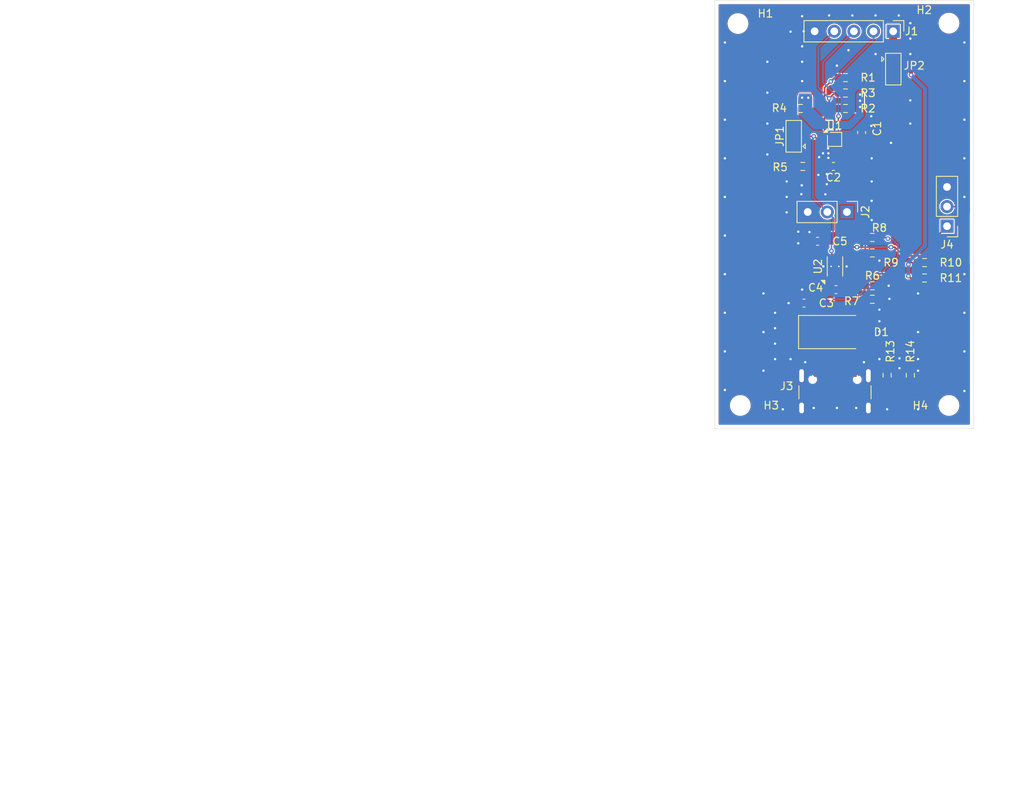
<source format=kicad_pcb>
(kicad_pcb (version 20241229) (generator "pcbnew") (generator_version "9.0")
  (layers (0 "F.Cu" signal) (2 "B.Cu" signal) (13 "F.Paste" user) (5 "F.SilkS" user "F.Silkscreen") (1 "F.Mask" user) (3 "B.Mask" user) (25 "Edge.Cuts" user))
  (net 0 "")
  (net 1 "VDD")
  (net 2 "GNDREF")
  (net 3 "+BATT")
  (net 4 "/GPOUT")
  (net 5 "/SCL")
  (net 6 "VDDE")
  (net 7 "/SDA")
  (net 8 "/BIN")
  (net 9 "VDDEx")
  (net 10 "Net-(JP1-B)")
  (net 11 "Net-(D1-A1)")
  (net 13 "Net-(J3-CC1)")
  (net 15 "Net-(J3-CC2)")
  (net 20 "/~{CHG}")
  (net 21 "/~{PG}")
  (net 22 "Net-(U2-PRETERM)")
  (net 23 "Net-(U2-ISET)")
  (net 24 "Net-(U2-ISET2)")
  (net 26 "/BIN1")
  (footprint "Resistor_SMD:R_0603_1608Metric_Pad0.98x0.95mm_HandSolder" (layer "F.Cu") (at 146 128.0875 90)
    (property "Reference" "R13" (at 3.0875 0.4125 90) (layer "F.SilkS"))
    (property "Value" "5.1k" (hide yes))
    (pad "1" smd roundrect (at -0.9125 0 90) (size 0.975 0.95) (layers "F.Cu" "F.Mask" "F.Paste") (net 15 "Net-(J3-CC2)"))
    (pad "2" smd roundrect (at 0.9125 0 90) (size 0.975 0.95) (layers "F.Cu" "F.Mask" "F.Paste") (net 2 "GNDREF"))
  )
  (footprint "Connector_PinHeader_2.54mm:PinHeader_1x05_P2.54mm_Vertical" (layer "F.Cu") (at 146.78 83.55 -90)
    (property "Reference" "J1" (at 0 -2.38 180) (layer "F.SilkS"))
    (property "Value" "Conn_01x05_Pin" (hide yes))
    (pad "1" thru_hole rect (at 0 0 270) (size 1.7 1.7) (drill 1) (layers "*.Cu" "*.Mask") (net 6 "VDDE"))
    (pad "2" thru_hole circle (at 0 2.54 270) (size 1.7 1.7) (drill 1) (layers "*.Cu" "*.Mask") (net 4 "/GPOUT"))
    (pad "3" thru_hole circle (at 0 5.08 270) (size 1.7 1.7) (drill 1) (layers "*.Cu" "*.Mask") (net 5 "/SCL"))
    (pad "4" thru_hole circle (at 0 7.62 270) (size 1.7 1.7) (drill 1) (layers "*.Cu" "*.Mask") (net 7 "/SDA"))
    (pad "5" thru_hole circle (at 0 10.16 270) (size 1.7 1.7) (drill 1) (layers "*.Cu" "*.Mask") (net 2 "GNDREF"))
  )
  (footprint "Resistor_SMD:R_0603_1608Metric_Pad0.98x0.95mm_HandSolder" (layer "F.Cu") (at 140.6125 89.55 180)
    (property "Reference" "R1" (at -2.9125 0 0) (layer "F.SilkS"))
    (property "Value" "10k" (hide yes))
    (pad "1" smd roundrect (at -0.9125 0 180) (size 0.975 0.95) (layers "F.Cu" "F.Mask" "F.Paste") (net 9 "VDDEx"))
    (pad "2" smd roundrect (at 0.9125 0 180) (size 0.975 0.95) (layers "F.Cu" "F.Mask" "F.Paste") (net 4 "/GPOUT"))
  )
  (footprint "Jumper:SolderJumper-3_P1.3mm_Bridged12_Pad1.0x1.5mm" (layer "F.Cu") (at 146.8 88.45 -90)
    (property "Reference" "JP2" (at -0.45 -2.7 180) (layer "F.SilkS"))
    (property "Value" "SolderJumper_3_Bridged12" (hide yes))
    (fp_poly (pts (xy -0.9 -0.3) (xy -0.4 -0.3) (xy -0.4 0.3) (xy -0.9 0.3)) (fill yes) (layer "F.Cu"))
    (pad "1" smd rect (at -1.3 0 270) (size 1 1.5) (layers "F.Cu" "F.Mask") (net 6 "VDDE"))
    (pad "2" smd rect (at 0 0 270) (size 1 1.5) (layers "F.Cu" "F.Mask") (net 9 "VDDEx"))
    (pad "3" smd rect (at 1.3 0 270) (size 1 1.5) (layers "F.Cu" "F.Mask") (net 1 "VDD"))
  )
  (footprint "MountingHole:MountingHole_2.2mm_M2" (layer "F.Cu") (at 154 132)
    (property "Reference" "H4" (at -3.7 0 0) (layer "F.SilkS"))
    (property "Value" "MountingHole" (hide yes))
    (pad "" np_thru_hole circle (at 0 0) (size 2.2 2.2) (drill 2.2) (layers "*.Cu" "*.Mask"))
  )
  (footprint "Resistor_SMD:R_0603_1608Metric_Pad0.98x0.95mm_HandSolder" (layer "F.Cu") (at 134.7875 93.55 180)
    (property "Reference" "R4" (at 2.7375 0.05 0) (layer "F.SilkS"))
    (property "Value" "1.8M" (hide yes))
    (pad "1" smd roundrect (at -0.9125 0 180) (size 0.975 0.95) (layers "F.Cu" "F.Mask" "F.Paste") (net 9 "VDDEx"))
    (pad "2" smd roundrect (at 0.9125 0 180) (size 0.975 0.95) (layers "F.Cu" "F.Mask" "F.Paste") (net 10 "Net-(JP1-B)"))
  )
  (footprint "Capacitor_SMD:C_0603_1608Metric_Pad1.08x0.95mm_HandSolder" (layer "F.Cu") (at 135.25 118.75 180)
    (property "Reference" "C3" (at -2.8875 0 0) (layer "F.SilkS"))
    (property "Value" "0.1u" (hide yes))
    (pad "1" smd roundrect (at -0.8625 0 180) (size 1.075 0.95) (layers "F.Cu" "F.Mask" "F.Paste") (net 11 "Net-(D1-A1)"))
    (pad "2" smd roundrect (at 0.8625 0 180) (size 1.075 0.95) (layers "F.Cu" "F.Mask" "F.Paste") (net 2 "GNDREF"))
  )
  (footprint "Resistor_SMD:R_0603_1608Metric_Pad0.98x0.95mm_HandSolder" (layer "F.Cu") (at 149 128.0875 90)
    (property "Reference" "R14" (at 3.0875 0 90) (layer "F.SilkS"))
    (property "Value" "5.1k" (hide yes))
    (pad "1" smd roundrect (at -0.9125 0 90) (size 0.975 0.95) (layers "F.Cu" "F.Mask" "F.Paste") (net 13 "Net-(J3-CC1)"))
    (pad "2" smd roundrect (at 0.9125 0 90) (size 0.975 0.95) (layers "F.Cu" "F.Mask" "F.Paste") (net 2 "GNDREF"))
  )
  (footprint "Capacitor_SMD:C_0603_1608Metric_Pad1.08x0.95mm_HandSolder" (layer "F.Cu") (at 142.7 96.65 90)
    (property "Reference" "C1" (at 0.5 2 90) (layer "F.SilkS"))
    (property "Value" "0.47u" (hide yes))
    (pad "1" smd roundrect (at -0.8625 0 90) (size 1.075 0.95) (layers "F.Cu" "F.Mask" "F.Paste") (net 1 "VDD"))
    (pad "2" smd roundrect (at 0.8625 0 90) (size 1.075 0.95) (layers "F.Cu" "F.Mask" "F.Paste") (net 2 "GNDREF"))
  )
  (footprint "Resistor_SMD:R_0603_1608Metric_Pad0.98x0.95mm_HandSolder" (layer "F.Cu") (at 135.0875 101.05)
    (property "Reference" "R5" (at -2.9375 0.1 0) (layer "F.SilkS"))
    (property "Value" "10k" (hide yes))
    (pad "1" smd roundrect (at -0.9125 0) (size 0.975 0.95) (layers "F.Cu" "F.Mask" "F.Paste") (net 26 "/BIN1"))
    (pad "2" smd roundrect (at 0.9125 0) (size 0.975 0.95) (layers "F.Cu" "F.Mask" "F.Paste") (net 2 "GNDREF"))
  )
  (footprint "Connector_USB:USB_C_Receptacle_GCT_USB4105-xx-A_16P_TopMnt_Horizontal" (layer "F.Cu") (at 139.25 131.25)
    (property "Reference" "J3" (at -6.25 -1.75 0) (layer "F.SilkS"))
    (property "Value" "USB_C_Receptacle_USB2.0_16P" (hide yes))
    (pad "" np_thru_hole circle (at -2.89 -2.605) (size 0.65 0.65) (drill 0.65) (layers "*.Cu" "*.Mask"))
    (pad "" np_thru_hole circle (at 2.89 -2.605) (size 0.65 0.65) (drill 0.65) (layers "*.Cu" "*.Mask"))
    (pad "A1" smd roundrect (at -3.2 -3.68) (size 0.6 1.15) (layers "F.Cu" "F.Mask" "F.Paste") (net 2 "GNDREF"))
    (pad "A4" smd roundrect (at -2.4 -3.68) (size 0.6 1.15) (layers "F.Cu" "F.Mask" "F.Paste") (net 11 "Net-(D1-A1)"))
    (pad "A5" smd roundrect (at -1.25 -3.68) (size 0.3 1.15) (layers "F.Cu" "F.Mask" "F.Paste") (net 13 "Net-(J3-CC1)"))
    (pad "A6" smd roundrect (at -0.25 -3.68) (size 0.3 1.15) (layers "F.Cu" "F.Mask" "F.Paste"))
    (pad "A7" smd roundrect (at 0.25 -3.68) (size 0.3 1.15) (layers "F.Cu" "F.Mask" "F.Paste"))
    (pad "A8" smd roundrect (at 1.25 -3.68) (size 0.3 1.15) (layers "F.Cu" "F.Mask" "F.Paste"))
    (pad "A9" smd roundrect (at 2.4 -3.68) (size 0.6 1.15) (layers "F.Cu" "F.Mask" "F.Paste") (net 11 "Net-(D1-A1)"))
    (pad "A12" smd roundrect (at 3.2 -3.68) (size 0.6 1.15) (layers "F.Cu" "F.Mask" "F.Paste") (net 2 "GNDREF"))
    (pad "B1" smd roundrect (at 3.2 -3.68) (size 0.6 1.15) (layers "F.Cu" "F.Mask" "F.Paste") (net 2 "GNDREF"))
    (pad "B4" smd roundrect (at 2.4 -3.68) (size 0.6 1.15) (layers "F.Cu" "F.Mask" "F.Paste") (net 11 "Net-(D1-A1)"))
    (pad "B5" smd roundrect (at 1.75 -3.68) (size 0.3 1.15) (layers "F.Cu" "F.Mask" "F.Paste") (net 15 "Net-(J3-CC2)"))
    (pad "B6" smd roundrect (at 0.75 -3.68) (size 0.3 1.15) (layers "F.Cu" "F.Mask" "F.Paste"))
    (pad "B7" smd roundrect (at -0.75 -3.68) (size 0.3 1.15) (layers "F.Cu" "F.Mask" "F.Paste"))
    (pad "B8" smd roundrect (at -1.75 -3.68) (size 0.3 1.15) (layers "F.Cu" "F.Mask" "F.Paste"))
    (pad "B9" smd roundrect (at -2.4 -3.68) (size 0.6 1.15) (layers "F.Cu" "F.Mask" "F.Paste") (net 11 "Net-(D1-A1)"))
    (pad "B12" smd roundrect (at -3.2 -3.68) (size 0.6 1.15) (layers "F.Cu" "F.Mask" "F.Paste") (net 2 "GNDREF"))
    (pad "S1" thru_hole oval (at -4.32 -3.105) (size 1 2.1) (drill oval 0.6 1.7) (property pad_prop_heatsink) (layers "*.Cu" "*.Mask" "F.Paste") (net 2 "GNDREF"))
    (pad "S1" thru_hole oval (at -4.32 1.075) (size 1 1.8) (drill oval 0.6 1.4) (property pad_prop_heatsink) (layers "*.Cu" "*.Mask" "F.Paste") (net 2 "GNDREF"))
    (pad "S1" thru_hole oval (at 4.32 -3.105) (size 1 2.1) (drill oval 0.6 1.7) (property pad_prop_heatsink) (layers "*.Cu" "*.Mask" "F.Paste") (net 2 "GNDREF"))
    (pad "S1" thru_hole oval (at 4.32 1.075) (size 1 1.8) (drill oval 0.6 1.4) (property pad_prop_heatsink) (layers "*.Cu" "*.Mask" "F.Paste") (net 2 "GNDREF"))
  )
  (footprint "Resistor_SMD:R_0603_1608Metric_Pad0.98x0.95mm_HandSolder" (layer "F.Cu") (at 150.8375 115.5)
    (property "Reference" "R11" (at 3.4125 0 0) (layer "F.SilkS"))
    (property "Value" "1k" (hide yes))
    (pad "1" smd roundrect (at -0.9125 0) (size 0.975 0.95) (layers "F.Cu" "F.Mask" "F.Paste") (net 9 "VDDEx"))
    (pad "2" smd roundrect (at 0.9125 0) (size 0.975 0.95) (layers "F.Cu" "F.Mask" "F.Paste") (net 21 "/~{PG}"))
  )
  (footprint "Fiducial:Fiducial_0.5mm_Mask1mm" (layer "F.Cu") (at 150.5 85.75)
    (property "Reference" "FID1" (hide yes))
    (property "Value" "Fiducial" (hide yes))
    (pad "" smd circle (at 0 0) (size 0.5 0.5) (layers "F.Cu" "F.Mask") (clearance 0.25))
  )
  (footprint "MountingHole:MountingHole_2.2mm_M2" (layer "F.Cu") (at 127 132)
    (property "Reference" "H3" (at 4 0 0) (layer "F.SilkS"))
    (property "Value" "MountingHole" (hide yes))
    (pad "" np_thru_hole circle (at 0 0) (size 2.2 2.2) (drill 2.2) (layers "*.Cu" "*.Mask"))
  )
  (footprint "Resistor_SMD:R_0603_1608Metric_Pad0.98x0.95mm_HandSolder" (layer "F.Cu") (at 144.0875 116.5)
    (property "Reference" "R6" (at 0.0125 -1.3 0) (layer "F.SilkS"))
    (property "Value" "2k" (hide yes))
    (pad "1" smd roundrect (at -0.9125 0) (size 0.975 0.95) (layers "F.Cu" "F.Mask" "F.Paste") (net 22 "Net-(U2-PRETERM)"))
    (pad "2" smd roundrect (at 0.9125 0) (size 0.975 0.95) (layers "F.Cu" "F.Mask" "F.Paste") (net 2 "GNDREF"))
  )
  (footprint "Jumper:SolderJumper-3_P1.3mm_Bridged12_Pad1.0x1.5mm" (layer "F.Cu") (at 133.9075 97.15 90)
    (property "Reference" "JP1" (at 0 -1.8 90) (layer "F.SilkS"))
    (property "Value" "SolderJumper_3_Bridged12" (hide yes))
    (fp_poly (pts (xy -0.9 -0.3) (xy -0.4 -0.3) (xy -0.4 0.3) (xy -0.9 0.3)) (fill yes) (layer "F.Cu"))
    (pad "1" smd rect (at -1.3 0 90) (size 1 1.5) (layers "F.Cu" "F.Mask") (net 26 "/BIN1"))
    (pad "2" smd rect (at 0 0 90) (size 1 1.5) (layers "F.Cu" "F.Mask") (net 8 "/BIN"))
    (pad "3" smd rect (at 1.3 0 90) (size 1 1.5) (layers "F.Cu" "F.Mask") (net 10 "Net-(JP1-B)"))
  )
  (footprint "MountingHole:MountingHole_2.2mm_M2" (layer "F.Cu") (at 126.7 82.55)
    (property "Reference" "H1" (at 3.55 -1.3 0) (layer "F.SilkS"))
    (property "Value" "MountingHole" (hide yes))
    (pad "" np_thru_hole circle (at 0 0) (size 2.2 2.2) (drill 2.2) (layers "*.Cu" "*.Mask"))
  )
  (footprint "Diode_SMD:D_SMB_Handsoldering" (layer "F.Cu") (at 139.25 122.5)
    (property "Reference" "D1" (at 6 0 0) (layer "F.SilkS"))
    (property "Value" "D_TVS" (hide yes))
    (pad "1" smd roundrect (at -2.7 0) (size 3.5 2.3) (layers "F.Cu" "F.Mask" "F.Paste") (roundrect_rratio 0.1086956522) (net 11 "Net-(D1-A1)"))
    (pad "2" smd roundrect (at 2.7 0) (size 3.5 2.3) (layers "F.Cu" "F.Mask" "F.Paste") (roundrect_rratio 0.1086956522) (net 2 "GNDREF"))
  )
  (footprint "Resistor_SMD:R_0603_1608Metric_Pad0.98x0.95mm_HandSolder" (layer "F.Cu") (at 150.8375 113.5)
    (property "Reference" "R10" (at 3.4125 0 0) (layer "F.SilkS"))
    (property "Value" "1k" (hide yes))
    (pad "1" smd roundrect (at -0.9125 0) (size 0.975 0.95) (layers "F.Cu" "F.Mask" "F.Paste") (net 9 "VDDEx"))
    (pad "2" smd roundrect (at 0.9125 0) (size 0.975 0.95) (layers "F.Cu" "F.Mask" "F.Paste") (net 20 "/~{CHG}"))
  )
  (footprint "Connector_PinHeader_2.54mm:PinHeader_1x03_P2.54mm_Vertical" (layer "F.Cu") (at 153.75 108.79 180)
    (property "Reference" "J4" (at 0 -2.38 0) (layer "F.SilkS"))
    (property "Value" "Conn_01x03_Pin" (hide yes))
    (pad "1" thru_hole rect (at 0 0 180) (size 1.7 1.7) (drill 1) (layers "*.Cu" "*.Mask") (net 20 "/~{CHG}"))
    (pad "2" thru_hole circle (at 0 2.54 180) (size 1.7 1.7) (drill 1) (layers "*.Cu" "*.Mask") (net 21 "/~{PG}"))
    (pad "3" thru_hole circle (at 0 5.08 180) (size 1.7 1.7) (drill 1) (layers "*.Cu" "*.Mask") (net 2 "GNDREF"))
  )
  (footprint "Package_BGA:Texas_DSBGA-9_1.62x1.58mm_Layout3x3_P0.5mm" (layer "F.Cu") (at 139.2 97.55)
    (property "Reference" "U1" (at 0 -1.79 0) (layer "F.SilkS"))
    (property "Value" "BQ27621-G1" (hide yes))
    (pad "A1" smd circle (at -0.5 -0.5) (size 0.245 0.245) (property pad_prop_bga) (layers "F.Cu" "F.Mask" "F.Paste") (net 4 "/GPOUT"))
    (pad "A2" smd circle (at 0 -0.5) (size 0.245 0.245) (property pad_prop_bga) (layers "F.Cu" "F.Mask" "F.Paste") (net 7 "/SDA"))
    (pad "A3" smd circle (at 0.5 -0.5) (size 0.245 0.245) (property pad_prop_bga) (layers "F.Cu" "F.Mask" "F.Paste") (net 5 "/SCL"))
    (pad "B1" smd circle (at -0.5 0) (size 0.245 0.245) (property pad_prop_bga) (layers "F.Cu" "F.Mask" "F.Paste") (net 8 "/BIN"))
    (pad "B2" smd circle (at 0 0) (size 0.245 0.245) (property pad_prop_bga) (layers "F.Cu" "F.Mask" "F.Paste") (net 2 "GNDREF"))
    (pad "B3" smd circle (at 0.5 0) (size 0.245 0.245) (property pad_prop_bga) (layers "F.Cu" "F.Mask" "F.Paste") (net 1 "VDD"))
    (pad "C1" smd circle (at -0.5 0.5) (size 0.245 0.245) (property pad_prop_bga) (layers "F.Cu" "F.Mask" "F.Paste") (net 2 "GNDREF"))
    (pad "C2" smd circle (at 0 0.5) (size 0.245 0.245) (property pad_prop_bga) (layers "F.Cu" "F.Mask" "F.Paste") (net 3 "+BATT"))
    (pad "C3" smd circle (at 0.5 0.5) (size 0.245 0.245) (property pad_prop_bga) (layers "F.Cu" "F.Mask" "F.Paste") (net 3 "+BATT"))
  )
  (footprint "Resistor_SMD:R_0603_1608Metric_Pad0.98x0.95mm_HandSolder" (layer "F.Cu") (at 144.0875 118.25)
    (property "Reference" "R7" (at -2.6875 0.25 0) (layer "F.SilkS"))
    (property "Value" "1k" (hide yes))
    (pad "1" smd roundrect (at -0.9125 0) (size 0.975 0.95) (layers "F.Cu" "F.Mask" "F.Paste") (net 23 "Net-(U2-ISET)"))
    (pad "2" smd roundrect (at 0.9125 0) (size 0.975 0.95) (layers "F.Cu" "F.Mask" "F.Paste") (net 2 "GNDREF"))
  )
  (footprint "Fiducial:Fiducial_0.5mm_Mask1mm" (layer "F.Cu") (at 148.5 133.25)
    (property "Reference" "FID3" (hide yes))
    (property "Value" "Fiducial" (hide yes))
    (pad "" smd circle (at 0 0) (size 0.5 0.5) (layers "F.Cu" "F.Mask") (clearance 0.25))
  )
  (footprint "Capacitor_SMD:C_0603_1608Metric_Pad1.08x0.95mm_HandSolder" (layer "F.Cu") (at 139.3875 117)
    (property "Reference" "C4" (at -2.6375 -0.25 0) (layer "F.SilkS"))
    (property "Value" "1u" (hide yes))
    (pad "1" smd roundrect (at -0.8625 0) (size 1.075 0.95) (layers "F.Cu" "F.Mask" "F.Paste") (net 11 "Net-(D1-A1)"))
    (pad "2" smd roundrect (at 0.8625 0) (size 1.075 0.95) (layers "F.Cu" "F.Mask" "F.Paste") (net 2 "GNDREF"))
  )
  (footprint "Resistor_SMD:R_0603_1608Metric_Pad0.98x0.95mm_HandSolder" (layer "F.Cu") (at 144.0875 110.25 180)
    (property "Reference" "R8" (at -0.9125 1.25 0) (layer "F.SilkS"))
    (property "Value" "10k" (hide yes))
    (pad "1" smd roundrect (at -0.9125 0 180) (size 0.975 0.95) (layers "F.Cu" "F.Mask" "F.Paste") (net 11 "Net-(D1-A1)"))
    (pad "2" smd roundrect (at 0.9125 0 180) (size 0.975 0.95) (layers "F.Cu" "F.Mask" "F.Paste") (net 24 "Net-(U2-ISET2)"))
  )
  (footprint "Resistor_SMD:R_0603_1608Metric_Pad0.98x0.95mm_HandSolder" (layer "F.Cu") (at 144.0875 112.25)
    (property "Reference" "R9" (at 2.4125 1.25 0) (layer "F.SilkS"))
    (property "Value" "10k" (hide yes))
    (pad "1" smd roundrect (at -0.9125 0) (size 0.975 0.95) (layers "F.Cu" "F.Mask" "F.Paste") (net 24 "Net-(U2-ISET2)"))
    (pad "2" smd roundrect (at 0.9125 0) (size 0.975 0.95) (layers "F.Cu" "F.Mask" "F.Paste") (net 2 "GNDREF"))
  )
  (footprint "Connector_PinHeader_2.54mm:PinHeader_1x03_P2.54mm_Vertical" (layer "F.Cu") (at 140.8 106.95 -90)
    (property "Reference" "J2" (at 0 -2.38 90) (layer "F.SilkS"))
    (property "Value" "Conn_01x03_Pin" (hide yes))
    (pad "1" thru_hole rect (at 0 0 270) (size 1.7 1.7) (drill 1) (layers "*.Cu" "*.Mask") (net 3 "+BATT"))
    (pad "2" thru_hole circle (at 0 2.54 270) (size 1.7 1.7) (drill 1) (layers "*.Cu" "*.Mask") (net 8 "/BIN"))
    (pad "3" thru_hole circle (at 0 5.08 270) (size 1.7 1.7) (drill 1) (layers "*.Cu" "*.Mask") (net 2 "GNDREF"))
  )
  (footprint "BCFG_FP:WSON-10-1EP_2x2mm_P0.4mm_EP1.5x0.9mm" (layer "F.Cu") (at 139.25 114 90)
    (property "Reference" "U2" (at 0 -2.2 90) (layer "F.SilkS"))
    (property "Value" "BQ24040" (hide yes))
    (pad "1" smd roundrect (at -0.95 -0.8 90) (size 0.5 0.2) (layers "F.Cu" "F.Mask" "F.Paste") (net 11 "Net-(D1-A1)"))
    (pad "2" smd roundrect (at -0.95 -0.4 90) (size 0.5 0.2) (layers "F.Cu" "F.Mask" "F.Paste") (net 23 "Net-(U2-ISET)"))
    (pad "3" smd roundrect (at -0.95 0 90) (size 0.5 0.2) (layers "F.Cu" "F.Mask" "F.Paste") (net 2 "GNDREF"))
    (pad "4" smd roundrect (at -0.95 0.4 90) (size 0.5 0.2) (layers "F.Cu" "F.Mask" "F.Paste") (net 22 "Net-(U2-PRETERM)"))
    (pad "5" smd roundrect (at -0.95 0.8 90) (size 0.5 0.2) (layers "F.Cu" "F.Mask" "F.Paste") (net 21 "/~{PG}"))
    (pad "6" smd roundrect (at 0.95 0.8 90) (size 0.5 0.2) (layers "F.Cu" "F.Mask" "F.Paste"))
    (pad "7" smd roundrect (at 0.95 0.4 90) (size 0.5 0.2) (layers "F.Cu" "F.Mask" "F.Paste") (net 24 "Net-(U2-ISET2)"))
    (pad "8" smd roundrect (at 0.95 0 90) (size 0.5 0.2) (layers "F.Cu" "F.Mask" "F.Paste") (net 20 "/~{CHG}"))
    (pad "9" smd roundrect (at 0.95 -0.4 90) (size 0.5 0.2) (layers "F.Cu" "F.Mask" "F.Paste") (net 8 "/BIN"))
    (pad "10" smd roundrect (at 0.95 -0.8 90) (size 0.5 0.2) (layers "F.Cu" "F.Mask" "F.Paste") (net 3 "+BATT"))
    (pad "11" thru_hole circle (at 0 -0.5 90) (size 0.3 0.3) (drill 0.2) (layers "*.Cu" "*.Mask") (net 2 "GNDREF"))
    (pad "11" smd rect (at 0 0 90) (size 0.9 1.5) (property pad_prop_heatsink) (layers "F.Cu" "F.Mask") (net 2 "GNDREF"))
    (pad "11" thru_hole circle (at 0 0.5 90) (size 0.3 0.3) (drill 0.2) (layers "*.Cu" "*.Mask") (net 2 "GNDREF"))
  )
  (footprint "Resistor_SMD:R_0603_1608Metric_Pad0.98x0.95mm_HandSolder" (layer "F.Cu") (at 140.6125 93.55 180)
    (property "Reference" "R2" (at -2.9125 0 0) (layer "F.SilkS"))
    (property "Value" "5.1k" (hide yes))
    (pad "1" smd roundrect (at -0.9125 0 180) (size 0.975 0.95) (layers "F.Cu" "F.Mask" "F.Paste") (net 9 "VDDEx"))
    (pad "2" smd roundrect (at 0.9125 0 180) (size 0.975 0.95) (layers "F.Cu" "F.Mask" "F.Paste") (net 5 "/SCL"))
  )
  (footprint "Fiducial:Fiducial_0.5mm_Mask1mm" (layer "F.Cu") (at 126.2 88.55)
    (property "Reference" "FID2" (hide yes))
    (property "Value" "Fiducial" (hide yes))
    (pad "" smd circle (at 0 0) (size 0.5 0.5) (layers "F.Cu" "F.Mask") (clearance 0.25))
  )
  (footprint "Capacitor_SMD:C_0603_1608Metric_Pad1.08x0.95mm_HandSolder" (layer "F.Cu") (at 137 110.75 180)
    (property "Reference" "C5" (at -2.8875 0 0) (layer "F.SilkS"))
    (property "Value" "1u" (hide yes))
    (pad "1" smd roundrect (at -0.8625 0 180) (size 1.075 0.95) (layers "F.Cu" "F.Mask" "F.Paste") (net 3 "+BATT"))
    (pad "2" smd roundrect (at 0.8625 0 180) (size 1.075 0.95) (layers "F.Cu" "F.Mask" "F.Paste") (net 2 "GNDREF"))
  )
  (footprint "Capacitor_SMD:C_0603_1608Metric_Pad1.08x0.95mm_HandSolder" (layer "F.Cu") (at 139.05 101.05 180)
    (property "Reference" "C2" (at 0 -1.43 0) (layer "F.SilkS"))
    (property "Value" "1u" (hide yes))
    (pad "1" smd roundrect (at -0.8625 0 180) (size 1.075 0.95) (layers "F.Cu" "F.Mask" "F.Paste") (net 3 "+BATT"))
    (pad "2" smd roundrect (at 0.8625 0 180) (size 1.075 0.95) (layers "F.Cu" "F.Mask" "F.Paste") (net 2 "GNDREF"))
  )
  (footprint "MountingHole:MountingHole_2.2mm_M2" (layer "F.Cu") (at 154 82.5)
    (property "Reference" "H2" (at -3.2 -1.7 0) (layer "F.SilkS"))
    (property "Value" "MountingHole" (hide yes))
    (pad "" np_thru_hole circle (at 0 0) (size 2.2 2.2) (drill 2.2) (layers "*.Cu" "*.Mask"))
  )
  (footprint "Resistor_SMD:R_0603_1608Metric_Pad0.98x0.95mm_HandSolder" (layer "F.Cu") (at 140.6125 91.55 180)
    (property "Reference" "R3" (at -2.9125 0 0) (layer "F.SilkS"))
    (property "Value" "5.1k" (hide yes))
    (pad "1" smd roundrect (at -0.9125 0 180) (size 0.975 0.95) (layers "F.Cu" "F.Mask" "F.Paste") (net 9 "VDDEx"))
    (pad "2" smd roundrect (at 0.9125 0 180) (size 0.975 0.95) (layers "F.Cu" "F.Mask" "F.Paste") (net 7 "/SDA"))
  )
  (gr_poly (pts (xy 138.5 113.3) (xy 138.5 112.466667) (xy 138.3 112.2) (xy 138.3 111.4) (xy 138.5 111.1) (xy 141.375 111.1) (xy 141.8 110.675) (xy 141.8 109.4) (xy 142.2 108.55) (xy 139.4 108.55) (xy 139.4 109.6) (xy 137.825 109.6) (xy 137.3 110.125) (xy 137.3 112.975) (xy 137.625 113.3)) (stroke (width 0.1)) (fill yes) (layer "F.Cu") (net 3))
  (gr_poly (pts (xy 139.15 97.95) (xy 140 97.95) (xy 140.6 98.55) (xy 142.2 100.35) (xy 142.2 103.55) (xy 142.2 108.55) (xy 139.4 108.55) (xy 139.4 98.35) (xy 139.15 98.183334)) (stroke (width 0.1)) (fill yes) (layer "F.Cu") (net 3))
  (gr_poly (pts (xy 146.7 115.8) (xy 147 116.1) (xy 147 123.2125) (xy 146.1125 124.1) (xy 141.45 124.1) (xy 140.6 123.25) (xy 140.6 120.7) (xy 141 120.2) (xy 143.9 120.2) (xy 144.4 119.8) (xy 144.4 116.1) (xy 144.7 115.8) (xy 144.9 115.8)) (stroke (width 0.1)) (fill yes) (layer "F.Cu") (net 2))
  (gr_rect (start 134.75 92.25) (end 136 92.25) (stroke (width 0.2)) (fill no) (layer "F.Cu") (net 9))
  (gr_poly (pts (xy 138.5 114.75) (xy 138.5 116) (xy 138.875 116) (xy 139 116.125) (xy 139 119.3125) (xy 138.4 119.957244) (xy 138.25 120.10097) (xy 138.25 123.9) (xy 139.25 124.75) (xy 139.75 125.25) (xy 140.75 125.25) (xy 142 126.5) (xy 142 127) (xy 141.5 127) (xy 142 127) (xy 142 128.25) (xy 141.25 128.25) (xy 141.25 126.892468) (xy 141.057546 126.702405) (xy 137.4375 126.700119) (xy 137.25 126.8875) (xy 137.25 128.0625) (xy 137.0625 128.25) (xy 136.640625 128.25) (xy 136.5 128.109375) (xy 136.5 126.25) (xy 134.75 124.6) (xy 134.75 119.85) (xy 135.5 119.25) (xy 135.5 117.5) (xy 138 114.75)) (stroke (width 0.1)) (fill yes) (layer "F.Cu") (net 11))
  (gr_rect (start 134.7 91.7246) (end 136.05 91.9) (stroke (width 0.2)) (fill no) (layer "F.Cu") (net 9))
  (gr_poly (pts (xy 138.85 97.9) (xy 138.85 98.19) (xy 138.65 98.35) (xy 138.65 104.55) (xy 136.9 106.15) (xy 136.9 107.95) (xy 136.3 108.55) (xy 134.7625 108.55) (xy 134.25 108.0375) (xy 134.25 103.8) (xy 135.5 102.25) (xy 135.5 100.25) (xy 135.8 100.25) (xy 137.7 98.7) (xy 138.35 97.9)) (stroke (width 0.1)) (fill yes) (layer "F.Cu") (net 2))
  (gr_poly (pts (xy 134.6 91.65) (xy 136.2 91.65) (xy 136.2 92.45) (xy 134.6 92.45)) (stroke (width 0.1)) (fill yes) (layer "B.Cu") (net 9))
  (gr_rect (start 123.7 79.55) (end 157.2 135) (stroke (width 0.05)) (fill no) (layer "Edge.Cuts"))
  (segment (start 140.3 97.55) (end 140.8 97.55) (width 0.5) (layer "F.Cu") (net 1))
  (segment (start 143.7 97.55) (end 140.8 97.55) (width 1) (layer "F.Cu") (net 1))
  (segment (start 139.7 97.55) (end 140.3 97.55) (width 0.2) (layer "F.Cu") (net 1))
  (segment (start 146.8 89.75) (end 146.8 94.45) (width 1) (layer "F.Cu") (net 1))
  (segment (start 146.8 94.45) (end 143.7 97.55) (width 1) (layer "F.Cu") (net 1))
  (segment (start 136.05 126.65) (end 135.8 126.4) (width 0.2) (layer "F.Cu") (net 2))
  (segment (start 142.45 126.65) (end 142.45 127.57) (width 0.2) (layer "F.Cu") (net 2))
  (segment (start 138.35 98.7) (end 137.8 99.25) (width 0.15) (layer "F.Cu") (net 2))
  (segment (start 149 127) (end 150 126) (width 0.2) (layer "F.Cu") (net 2))
  (segment (start 138.749 98.001) (end 138.749 97.951) (width 0.2) (layer "F.Cu") (net 2))
  (segment (start 136 101.85) (end 136.3 102.15) (width 0.15) (layer "F.Cu") (net 2))
  (segment (start 136.1375 109.7375) (end 135.95 109.55) (width 0.2) (layer "F.Cu") (net 2))
  (segment (start 135.2 103.95) (end 136.6 103.95) (width 0.2) (layer "F.Cu") (net 2))
  (segment (start 136 101.55) (end 136 101.85) (width 0.15) (layer "F.Cu") (net 2))
  (segment (start 138.4 101.4) (end 138.4 99.85) (width 0.2) (layer "F.Cu") (net 2))
  (segment (start 134.93 126.67) (end 134.93 128.145) (width 0.2) (layer "F.Cu") (net 2))
  (segment (start 136.3 102.15) (end 137.1 102.15) (width 0.15) (layer "F.Cu") (net 2))
  (segment (start 146 127.175) (end 147.6 127.175) (width 0.2) (layer "F.Cu") (net 2))
  (segment (start 138.1875 101.05) (end 138.1875 103.35) (width 0.2) (layer "F.Cu") (net 2))
  (segment (start 138.4 99.85) (end 137.8 99.25) (width 0.2) (layer "F.Cu") (net 2))
  (segment (start 138.1 102.15) (end 138.2 102.05) (width 0.15) (layer "F.Cu") (net 2))
  (segment (start 135.8 103.975) (end 136.55 103.225) (width 0.2) (layer "F.Cu") (net 2))
  (segment (start 136.575 100.175) (end 138.7 98.05) (width 0.2) (layer "F.Cu") (net 2))
  (segment (start 134.9 103.55) (end 134.95 103.5) (width 0.2) (layer "F.Cu") (net 2))
  (segment (start 138.35 101.45) (end 138.35 98.7) (width 0.2) (layer "F.Cu") (net 2))
  (segment (start 136.9 104.25) (end 136.9 105.45) (width 0.2) (layer "F.Cu") (net 2))
  (segment (start 137.8 99.25) (end 137.4 99.65) (width 0.15) (layer "F.Cu") (net 2))
  (segment (start 143.57 128.145) (end 143.57 126.67) (width 0.2) (layer "F.Cu") (net 2))
  (segment (start 139.5 132.325) (end 142 132.325) (width 0.2) (layer "F.Cu") (net 2))
  (segment (start 138.75 114) (end 137.75 114) (width 0.5) (layer "F.Cu") (net 2))
  (segment (start 135.72 106.37) (end 134.9 105.55) (width 0.2) (layer "F.Cu") (net 2))
  (segment (start 135.8 109.4) (end 135.8 103.975) (width 0.2) (layer "F.Cu") (net 2))
  (segment (start 143.3 126.4) (end 143 126.4) (width 0.2) (layer "F.Cu") (net 2))
  (segment (start 137.8 99.25) (end 137.9 99.15) (width 0.2) (layer "F.Cu") (net 2))
  (segment (start 143.57 126.67) (end 143.3 126.4) (width 0.2) (layer "F.Cu") (net 2))
  (segment (start 136.5 132.325) (end 139.5 132.325) (width 0.2) (layer "F.Cu") (net 2))
  (segment (start 145 112.25) (end 145 113.25) (width 0.2) (layer "F.Cu") (net 2))
  (segment (start 142.7 95.7875) (end 143.9375 95.7875) (width 0.2) (layer "F.Cu") (net 2))
  (segment (start 143.95 95.8) (end 143.95 94.55) (width 0.2) (layer "F.Cu") (net 2))
  (segment (start 134.9 105.55) (end 134.9 104.65) (width 0.2) (layer "F.Cu") (net 2))
  (segment (start 138.01 104.66) (end 135.72 106.95) (width 0.2) (layer "F.Cu") (net 2))
  (segment (start 147.6 127.175) (end 149 127.175) (width 0.2) (layer "F.Cu") (net 2))
  (segment (start 134.5 118.75) (end 133.25 118.75) (width 0.2) (layer "F.Cu") (net 2))
  (segment (start 136.575 100.475) (end 138.35 98.7) (width 0.15) (layer "F.Cu") (net 2))
  (segment (start 147.6 127.175) (end 147.6 125.9) (width 0.2) (layer "F.Cu") (net 2))
  (segment (start 137.1 102.15) (end 138.1 102.15) (width 0.15) (layer "F.Cu") (net 2))
  (segment (start 138.7 98.05) (end 139.2 97.55) (width 0.15) (layer "F.Cu") (net 2))
  (segment (start 134.9 104.65) (end 134.9 104.25) (width 0.2) (layer "F.Cu") (net 2))
  (segment (start 136.9 105.45) (end 136.4 105.95) (width 0.2) (layer "F.Cu") (net 2))
  (segment (start 135 115.75) (end 135 117) (width 0.2) (layer "F.Cu") (net 2))
  (segment (start 135.8 126.4) (end 135.4 126.4) (width 0.2) (layer "F.Cu") (net 2))
  (segment (start 136 102.45) (end 136 101.55) (width 0.2) (layer "F.Cu") (net 2))
  (segment (start 136 101.05) (end 136 101.55) (width 0.15) (layer "F.Cu") (net 2))
  (segment (start 136.575 101.075) (end 138.5 99.15) (width 0.2) (layer "F.Cu") (net 2))
  (segment (start 135.2 126.4) (end 134.93 126.67) (width 0.2) (layer "F.Cu") (net 2))
  (segment (start 137.8 99.85) (end 138.4 99.25) (width 0.2) (layer "F.Cu") (net 2))
  (segment (start 138.1875 103.35) (end 138.1875 104.4825) (width 0.2) (layer "F.Cu") (net 2))
  (segment (start 139.25 114.95) (end 139.25 114) (width 0.2) (layer "F.Cu") (net 2))
  (segment (start 138.7 98.05) (end 138.749 98.001) (width 0.2) (layer "F.Cu") (net 2))
  (segment (start 138.1875 104.4825) (end 138.01 104.66) (width 0.2) (layer "F.Cu") (net 2))
  (segment (start 136.7 83.55) (end 135.2 83.55) (width 0.2) (layer "F.Cu") (net 2))
  (segment (start 134.93 132.325) (end 136.5 132.325) (width 0.2) (layer "F.Cu") (net 2))
  (segment (start 142.7 126.4) (end 142.45 126.65) (width 0.2) (layer "F.Cu") (net 2))
  (segment (start 134.95 103.5) (end 136 102.45) (width 0.2) (layer "F.Cu") (net 2))
  (segment (start 134.9 104.65) (end 134.9 103.55) (width 0.2) (layer "F.Cu") (net 2))
  (segment (start 137.2 99.85) (end 137.8 99.85) (width 0.2) (layer "F.Cu") (net 2))
  (segment (start 136.05 127.57) (end 136.05 126.65) (width 0.2) (layer "F.Cu") (net 2))
  (segment (start 139.75 114) (end 140.75 114) (width 0.5) (layer "F.Cu") (net 2))
  (segment (start 136 101.05) (end 137.4 99.65) (width 0.15) (layer "F.Cu") (net 2))
  (segment (start 135.4 126.4) (end 135.2 126.4) (width 0.2) (layer "F.Cu") (net 2))
  (segment (start 135.95 109.55) (end 135.8 109.4) (width 0.2) (layer "F.Cu") (net 2))
  (segment (start 136.6 103.95) (end 136.9 104.25) (width 0.2) (layer "F.Cu") (net 2))
  (segment (start 134.9 104.25) (end 135.2 103.95) (width 0.2) (layer "F.Cu") (net 2))
  (segment (start 142 132.325) (end 143.57 132.325) (width 0.2) (layer "F.Cu") (net 2))
  (segment (start 146 127) (end 145 126) (width 0.2) (layer "F.Cu") (net 2))
  (segment (start 143 126.4) (end 142.7 126.4) (width 0.2) (layer "F.Cu") (net 2))
  (segment (start 136.1375 110.75) (end 136.1375 109.7375) (width 0.2) (layer "F.Cu") (net 2))
  (segment (start 143.9375 95.7875) (end 143.95 95.8) (width 0.2) (layer "F.Cu") (net 2))
  (via (at 139.5 88) (size 0.6) (drill 0.3) (layers "F.Cu" "B.Cu") (net 2))
  (via (at 138.2 102.05) (size 0.6) (drill 0.3) (layers "F.Cu" "B.Cu") (net 2))
  (via (at 133 107) (size 0.6) (drill 0.3) (layers "F.Cu" "B.Cu") (net 2))
  (via (at 150 122.5) (size 0.6) (drill 0.3) (layers "F.Cu" "B.Cu") (net 2))
  (via (at 130 127.5) (size 0.6) (drill 0.3) (layers "F.Cu" "B.Cu") (net 2))
  (via (at 138.01 104.66) (size 0.6) (drill 0.3) (layers "F.Cu" "B.Cu") (net 2))
  (via (at 137.7 99.35) (size 0.6) (drill 0.3) (layers "F.Cu" "B.Cu") (net 2))
  (via (at 125 115) (size 0.6) (drill 0.3) (layers "F.Cu" "B.Cu") (net 2))
  (via (at 144 103) (size 0.6) (drill 0.3) (layers "F.Cu" "B.Cu") (net 2))
  (via (at 125 120) (size 0.6) (drill 0.3) (layers "F.Cu" "B.Cu") (net 2))
  (via (at 130.5 91.5) (size 0.6) (drill 0.3) (layers "F.Cu" "B.Cu") (net 2))
  (via (at 143.95 94.55) (size 0.6) (drill 0.3) (layers "F.Cu" "B.Cu") (net 2))
  (via (at 140.75 114) (size 0.6) (drill 0.3) (layers "F.Cu" "B.Cu") (net 2))
  (via (at 142 132.325) (size 0.6) (drill 0.3) (layers "F.Cu" "B.Cu") (net 2))
  (via (at 125 100) (size 0.6) (drill 0.3) (layers "F.Cu" "B.Cu") (net 2))
  (via (at 133 103) (size 0.6) (drill 0.3) (layers "F.Cu" "B.Cu") (net 2))
  (via (at 133 105) (size 0.6) (drill 0.3) (layers "F.Cu" "B.Cu") (net 2))
  (via (at 138.1875 103.35) (size 0.6) (drill 0.3) (layers "F.Cu" "B.Cu") (net 2))
  (via (at 138.4 99.35) (size 0.6) (drill 0.3) (layers "F.Cu" "B.Cu") (net 2))
  (via (at 125 85) (size 0.6) (drill 0.3) (layers "F.Cu" "B.Cu") (net 2))
  (via (at 144 108) (size 0.6) (drill 0.3) (layers "F.Cu" "B.Cu") (net 2))
  (via (at 135 90) (size 0.6) (drill 0.3) (layers "F.Cu" "B.Cu") (net 2))
  (via (at 130.5 95.5) (size 0.6) (drill 0.3) (layers "F.Cu" "B.Cu") (net 2))
  (via (at 139.5 132.325) (size 0.6) (drill 0.3) (layers "F.Cu" "B.Cu") (net 2))
  (via (at 145 119.6) (size 0.6) (drill 0.3) (layers "F.Cu" "B.Cu") (net 2))
  (via (at 141 86) (size 0.6) (drill 0.3) (layers "F.Cu" "B.Cu") (net 2))
  (via (at 149 82.5) (size 0.6) (drill 0.3) (layers "F.Cu" "B.Cu") (net 2))
  (via (at 131.5 120) (size 0.6) (drill 0.3) (layers "F.Cu" "B.Cu") (net 2))
  (via (at 135.4 126.4) (size 0.6) (drill 0.3) (layers "F.Cu" "B.Cu") (net 2))
  (via (at 135 87.5) (size 0.6) (drill 0.3) (layers "F.Cu" "B.Cu") (net 2))
  (via (at 147.6 127.175) (size 0.6) (drill 0.3) (layers "F.Cu" "B.Cu") (net 2))
  (via (at 137.2 99.85) (size 0.6) (drill 0.3) (layers "F.Cu" "B.Cu") (net 2))
  (via (at 146.3 118.2) (size 0.6) (drill 0.3) (layers "F.Cu" "B.Cu") (net 2))
  (via (at 125 105) (size 0.6) (drill 0.3) (layers "F.Cu" "B.Cu") (net 2))
  (via (at 125 95) (size 0.6) (drill 0.3) (layers "F.Cu" "B.Cu") (net 2))
  (via (at 144 105.5) (size 0.6) (drill 0.3) (layers "F.Cu" "B.Cu") (net 2))
  (via (at 131.5 124) (size 0.6) (drill 0.3) (layers "F.Cu" "B.Cu") (net 2))
  (via (at 143 126.4) (size 0.6) (drill 0.3) (layers "F.Cu" "B.Cu") (net 2))
  (via (at 138.4 99.95) (size 0.6) (drill 0.3) (layers "F.Cu" "B.Cu") (net 2))
  (via (at 147.5 81.5) (size 0.6) (drill 0.3) (layers "F.Cu" "B.Cu") (net 2))
  (via (at 143.95 95.8) (size 0.6) (drill 0.3) (layers "F.Cu" "B.Cu") (net 2))
  (via (at 156 95) (size 0.6) (drill 0.3) (layers "F.Cu" "B.Cu") (net 2))
  (via (at 144 100) (size 0.6) (drill 0.3) (layers "F.Cu" "B.Cu") (net 2))
  (via (at 147.6 125.9) (size 0.6) (drill 0.3) (layers "F.Cu" "B.Cu") (net 2))
  (via (at 134.5 111) (size 0.6) (drill 0.3) (layers "F.Cu" "B.Cu") (net 2))
  (via (at 145 113.25) (size 0.6) (drill 0.3) (layers "F.Cu" "B.Cu") (net 2))
  (via (at 149 86.5) (size 0.6) (drill 0.3) (layers "F.Cu" "B.Cu") (net 2))
  (via (at 138.35 98.7) (size 0.6) (drill 0.3) (layers "F.Cu" "B.Cu") (net 2))
  (via (at 156 100) (size 0.6) (drill 0.3) (layers "F.Cu" "B.Cu") (net 2))
  (via (at 138.5 81.5) (size 0.6) (drill 0.3) (layers "F.Cu" "B.Cu") (net 2))
  (via (at 156 115) (size 0.6) (drill 0.3) (layers "F.Cu" "B.Cu") (net 2))
  (via (at 135 85.5) (size 0.6) (drill 0.3) (layers "F.Cu" "B.Cu") (net 2))
  (via (at 150 117.5) (size 0.6) (drill 0.3) (layers "F.Cu" "B.Cu") (net 2))
  (via (at 130 117.5) (size 0.6) (drill 0.3) (layers "F.Cu" "B.Cu") (net 2))
  (via (at 131.5 126) (size 0.6) (drill 0.3) (layers "F.Cu" "B.Cu") (net 2))
  (via (at 133.5 83.6) (size 0.6) (drill 0.3) (layers "F.Cu" "B.Cu") (net 2))
  (via (at 130 122.5) (size 0.6) (drill 0.3) (layers "F.Cu" "B.Cu") (net 2))
  (via (at 144.5 81.5) (size 0.6) (drill 0.3) (layers "F.Cu" "B.Cu") (net 2))
  (via (at 146.2 116.5) (size 0.6) (drill 0.3) (layers "F.Cu" "B.Cu") (net 2))
  (via (at 144.5 86.5) (size 0.6) (drill 0.3) (layers "F.Cu" "B.Cu") (net 2))
  (via (at 150 132.5) (size 0.6) (drill 0.3) (layers "F.Cu" "B.Cu") (net 2))
  (via (at 132.5 132.5) (size 0.6) (drill 0.3) (layers "F.Cu" "B.Cu") (net 2))
  (via (at 137.1 102.15) (size 0.6) (drill 0.3) (layers "F.Cu" "B.Cu") (net 2))
  (via (at 134.5 109.5) (size 0.6) (drill 0.3) (layers "F.Cu" "B.Cu") (net 2))
  (via (at 156 90) (size 0.6) (drill 0.3) (layers "F.Cu" "B.Cu") (net 2))
  (via (at 141.5 81.5) (size 0.6) (drill 0.3) (layers "F.Cu" "B.Cu") (net 2))
  (via (at 156 120) (size 0.6) (drill 0.3) (layers "F.Cu" "B.Cu") (net 2))
  (via (at 125 125) (size 0.6) (drill 0.3) (layers "F.Cu" "B.Cu") (net 2))
  (via (at 145 121.1) (size 0.6) (drill 0.3) (layers "F.Cu" "B.Cu") (net 2))
  (via (at 135 81.6) (size 0.6) (drill 0.3) (layers "F.Cu" "B.Cu") (net 2))
  (via (at 156 105) (size 0.6) (drill 0.3) (layers "F.Cu" "B.Cu") (net 2))
  (via (at 134.9 104.65) (size 0.6) (drill 0.3) (layers "F.Cu" "B.Cu") (net 2))
  (via (at 134.95 103.5) (size 0.6) (drill 0.3) (layers "F.Cu" "B.Cu") (net 2))
  (via (at 135.2 83.55) (size 0.6) (drill 0.3) (layers "F.Cu" "B.Cu") (net 2))
  (via (at 156 130.127397) (size 0.6) (drill 0.3) (layers "F.Cu" "B.Cu") (net 2))
  (via (at 149 92.5) (size 0.6) (drill 0.3) (layers "F.Cu" "B.Cu") (net 2))
  (via (at 136.5 132.325) (size 0.6) (drill 0.3) (layers "F.Cu" "B.Cu") (net 2))
  (via (at 149 95.5) (size 0.6) (drill 0.3) (layers "F.Cu" "B.Cu") (net 2))
  (via (at 125 110) (size 0.6) (drill 0.3) (layers "F.Cu" "B.Cu") (net 2))
  (via (at 146.5 98) (size 0.6) (drill 0.3) (layers "F.Cu" "B.Cu") (net 2))
  (via (at 135.95 109.55) (size 0.6) (drill 0.3) (layers "F.Cu" "B.Cu") (net 2))
  (via (at 137.75 114) (size 0.6) (drill 0.3) (layers "F.Cu" "B.Cu") (net 2))
  (via (at 149 84.5) (size 0.6) (drill 0.3) (layers "F.Cu" "B.Cu") (net 2))
  (via (at 156 85) (size 0.6) (drill 0.3) (layers "F.Cu" "B.Cu") (net 2))
  (via (at 146 132.5) (size 0.6) (drill 0.3) (layers "F.Cu" "B.Cu") (net 2))
  (via (at 125 130) (size 0.6) (drill 0.3) (layers "F.Cu" "B.Cu") (net 2))
  (via (at 150 126) (size 0.6) (drill 0.3) (layers "F.Cu" "B.Cu") (net 2))
  (via (at 145 122.4) (size 0.6) (drill 0.3) (layers "F.Cu" "B.Cu") (net 2))
  (via (at 131.5 122) (size 0.6) (drill 0.3) (layers "F.Cu" "B.Cu") (net 2))
  (via (at 135 117) (size 0.6) (drill 0.3) (layers "F.Cu" "B.Cu") (net 2))
  (via (at 133.25 118.75) (size 0.6) (drill 0.3) (layers "F.Cu" "B.Cu") (net 2))
  (via (at 130.5 99.5) (size 0.6) (drill 0.3) (layers "F.Cu" "B.Cu") (net 2))
  (via (at 133.5 126) (size 0.6) (drill 0.3) (layers "F.Cu" "B.Cu") (net 2))
  (via (at 145 126) (size 0.6) (drill 0.3) (layers "F.Cu" "B.Cu") (net 2))
  (via (at 125 90) (size 0.6) (drill 0.3) (layers "F.Cu" "B.Cu") (net 2))
  (via (at 150 127.5) (size 0.6) (drill 0.3) (layers "F.Cu" "B.Cu") (net 2))
  (via (at 156 125) (size 0.6) (drill 0.3) (layers "F.Cu" "B.Cu") (net 2))
  (via (at 130.5 87.5) (size 0.6) (drill 0.3) (layers "F.Cu" "B.Cu") (net 2))
  (segment (start 139.25 110.75) (end 140.8 109.2) (width 0.2) (layer "F.Cu") (net 3))
  (segment (start 140.8 109.2) (end 140.8 106.95) (width 0.2) (layer "F.Cu") (net 3))
  (segment (start 137.8625 110.75) (end 139.25 110.75) (width 0.2) (layer "F.Cu") (net 3))
  (segment (start 137.9 90.85) (end 139.2 89.55) (width 0.2) (layer "F.Cu") (net 4))
  (segment (start 139.2 89.55) (end 139.7 89.55) (width 0.2) (layer "F.Cu") (net 4))
  (segment (start 138.7 97.05) (end 137.9 96.25) (width 0.2) (layer "F.Cu") (net 4))
  (segment (start 137.9 96.25) (end 137.9 90.85) (width 0.2) (layer "F.Cu") (net 4))
  (via (at 138.7 90.05) (size 0.6) (drill 0.3) (layers "F.Cu" "B.Cu") (net 4))
  (segment (start 144.3 84.55) (end 144.24 84.49) (width 0.2) (layer "B.Cu") (net 4))
  (segment (start 144.24 84.49) (end 144.24 83.55) (width 0.2) (layer "B.Cu") (net 4))
  (segment (start 138.7 90.05) (end 138.8 90.05) (width 0.2) (layer "B.Cu") (net 4))
  (segment (start 138.8 90.05) (end 144.3 84.55) (width 0.2) (layer "B.Cu") (net 4))
  (segment (start 139.7 97.05) (end 139.7 94.55) (width 0.2) (layer "F.Cu") (net 5))
  (segment (start 139.7 94.55) (end 139.7 93.55) (width 0.2) (layer "F.Cu") (net 5))
  (via (at 139.7 94.55) (size 0.6) (drill 0.3) (layers "F.Cu" "B.Cu") (net 5))
  (segment (start 139.7 92.177991) (end 137.698 90.175991) (width 0.2) (layer "B.Cu") (net 5))
  (segment (start 139.7 94.55) (end 139.7 92.177991) (width 0.2) (layer "B.Cu") (net 5))
  (segment (start 137.698 90.175991) (end 137.698 87.552) (width 0.2) (layer "B.Cu") (net 5))
  (segment (start 137.698 87.552) (end 141.7 83.55) (width 0.2) (layer "B.Cu") (net 5))
  (segment (start 146.78 83.55) (end 146.78 87.13) (width 1) (layer "F.Cu") (net 6))
  (segment (start 139.2 91.55) (end 139.7 91.55) (width 0.2) (layer "F.Cu") (net 7))
  (segment (start 139.2 95.05) (end 138.5 94.35) (width 0.2) (layer "F.Cu") (net 7))
  (segment (start 138.5 92.25) (end 139.2 91.55) (width 0.2) (layer "F.Cu") (net 7))
  (segment (start 139.2 97.05) (end 139.2 95.05) (width 0.2) (layer "F.Cu") (net 7))
  (segment (start 138.5 94.35) (end 138.5 92.25) (width 0.2) (layer "F.Cu") (net 7))
  (via (at 138.5 92.25) (size 0.6) (drill 0.3) (layers "F.Cu" "B.Cu") (net 7))
  (segment (start 137.1 90.85) (end 137.1 85.61) (width 0.2) (layer "B.Cu") (net 7))
  (segment (start 138.5 92.25) (end 137.1 90.85) (width 0.2) (layer "B.Cu") (net 7))
  (segment (start 137.1 85.61) (end 139.16 83.55) (width 0.2) (layer "B.Cu") (net 7))
  (segment (start 136.5 97.15) (end 133.9075 97.15) (width 0.2) (layer "F.Cu") (net 8))
  (segment (start 138.85 113.05) (end 138.85 112.25) (width 0.2) (layer "F.Cu") (net 8))
  (segment (start 138.8 112.2) (end 138.85 112.25) (width 0.2) (layer "F.Cu") (net 8))
  (segment (start 136.6 97.15) (end 136.5 97.15) (width 0.2) (layer "F.Cu") (net 8))
  (segment (start 137 97.55) (end 136.6 97.15) (width 0.2) (layer "F.Cu") (net 8))
  (segment (start 138.7 97.55) (end 137 97.55) (width 0.2) (layer "F.Cu") (net 8))
  (via (at 138.8 112) (size 0.6) (drill 0.3) (layers "F.Cu" "B.Cu") (net 8))
  (via (at 136.5 97.15) (size 0.6) (drill 0.3) (layers "F.Cu" "B.Cu") (net 8))
  (segment (start 136.4 105.09) (end 138.26 106.95) (width 0.2) (layer "B.Cu") (net 8))
  (segment (start 136.4 97.25) (end 136.4 105.09) (width 0.2) (layer "B.Cu") (net 8))
  (segment (start 139 111) (end 139 107.69) (width 0.2) (layer "B.Cu") (net 8))
  (segment (start 139 107.69) (end 138.26 106.95) (width 0.2) (layer "B.Cu") (net 8))
  (segment (start 138.8 112) (end 138.8 111.2) (width 0.2) (layer "B.Cu") (net 8))
  (segment (start 138.8 111.2) (end 139 111) (width 0.2) (layer "B.Cu") (net 8))
  (segment (start 136.5 97.15) (end 136.4 97.25) (width 0.2) (layer "B.Cu") (net 8))
  (segment (start 142.2 93.55) (end 141.525 93.55) (width 1) (layer "F.Cu") (net 9))
  (segment (start 135 92.15) (end 135 92.85) (width 1) (layer "F.Cu") (net 9))
  (segment (start 141.525 89.55) (end 141.525 91.55) (width 1) (layer "F.Cu") (net 9))
  (segment (start 142.5 91.75) (end 142.5 92.55) (width 1) (layer "F.Cu") (net 9))
  (segment (start 148.75 88.45) (end 146.8 88.45) (width 0.5) (layer "F.Cu") (net 9))
  (segment (start 149.1 88.8) (end 148.75 88.45) (width 0.5) (layer "F.Cu") (net 9))
  (segment (start 149 115.5) (end 149.925 115.5) (width 0.2) (layer "F.Cu") (net 9))
  (segment (start 142.625 88.45) (end 141.525 89.55) (width 1) (layer "F.Cu") (net 9))
  (segment (start 141.525 89.55) (end 141.525 90.75) (width 1) (layer "F.Cu") (net 9))
  (segment (start 149.925 113.5) (end 149 113.5) (width 0.2) (layer "F.Cu") (net 9))
  (segment (start 135.8 93.45) (end 135.8 92.15) (width 1) (layer "F.Cu") (net 9))
  (segment (start 135 92.85) (end 135.7 93.55) (width 1) (layer "F.Cu") (net 9))
  (segment (start 142.5 92.55) (end 142.5 93.25) (width 1) (layer "F.Cu") (net 9))
  (segment (start 135.7 93.55) (end 135.8 93.45) (width 1) (layer "F.Cu") (net 9))
  (segment (start 149 113.5) (end 148.75 113.75) (width 0.2) (layer "F.Cu") (net 9))
  (segment (start 148.75 115.25) (end 149 115.5) (width 0.2) (layer "F.Cu") (net 9))
  (segment (start 146.8 88.45) (end 142.625 88.45) (width 1) (layer "F.Cu") (net 9))
  (segment (start 141.525 91.55) (end 141.525 93.55) (width 1) (layer "F.Cu") (net 9))
  (segment (start 142.5 93.25) (end 142.2 93.55) (width 1) (layer "F.Cu") (net 9))
  (segment (start 142.5 91.725) (end 142.5 91.75) (width 1) (layer "F.Cu") (net 9))
  (segment (start 149.1 89.2) (end 149.1 88.8) (width 0.5) (layer "F.Cu") (net 9))
  (segment (start 141.525 90.75) (end 142.5 91.725) (width 1) (layer "F.Cu") (net 9))
  (via (at 135.8 92.15) (size 0.6) (drill 0.3) (layers "F.Cu" "B.Cu") (net 9))
  (via (at 148.75 113.75) (size 0.6) (drill 0.3) (layers "F.Cu" "B.Cu") (net 9))
  (via (at 142.5 91.75) (size 0.6) (drill 0.3) (layers "F.Cu" "B.Cu") (net 9))
  (via (at 142.5 93.35) (size 0.6) (drill 0.3) (layers "F.Cu" "B.Cu") (net 9))
  (via (at 148.75 115.25) (size 0.6) (drill 0.3) (layers "F.Cu" "B.Cu") (net 9))
  (via (at 149.1 89.2) (size 0.6) (drill 0.3) (layers "F.Cu" "B.Cu") (net 9))
  (via (at 135 92.15) (size 0.6) (drill 0.3) (layers "F.Cu" "B.Cu") (net 9))
  (via (at 142.5 92.55) (size 0.6) (drill 0.3) (layers "F.Cu" "B.Cu") (net 9))
  (segment (start 150.9 111.3) (end 150.9 91) (width 0.5) (layer "B.Cu") (net 9))
  (segment (start 135 94.05) (end 136.7 95.75) (width 1) (layer "B.Cu") (net 9))
  (segment (start 136.7 95.75) (end 141.1 95.75) (width 1) (layer "B.Cu") (net 9))
  (segment (start 141.2 95.25) (end 142.5 93.95) (width 0.2) (layer "B.Cu") (net 9))
  (segment (start 148.75 113.45) (end 150.9 111.3) (width 0.5) (layer "B.Cu") (net 9))
  (segment (start 142.5 94.35) (end 142.5 91.75) (width 1) (layer "B.Cu") (net 9))
  (segment (start 141.1 95.75) (end 142.5 94.35) (width 1) (layer "B.Cu") (net 9))
  (segment (start 137.5 95.25) (end 141.2 95.25) (width 0.2) (layer "B.Cu") (net 9))
  (segment (start 135.8 93.55) (end 137.5 95.25) (width 1) (layer "B.Cu") (net 9))
  (segment (start 142.5 93.95) (end 142.5 93.35) (width 0.2) (layer "B.Cu") (net 9))
  (segment (start 135.8 92.15) (end 135.8 93.55) (width 1) (layer "B.Cu") (net 9))
  (segment (start 148.75 113.75) (end 148.75 115.25) (width 0.5) (layer "B.Cu") (net 9))
  (segment (start 150.9 91) (end 149.1 89.2) (width 0.5) (layer "B.Cu") (net 9))
  (segment (start 148.75 113.75) (end 148.75 113.45) (width 0.5) (layer "B.Cu") (net 9))
  (segment (start 135 92.15) (end 135 94.05) (width 1) (layer "B.Cu") (net 9))
  (segment (start 135 92.15) (end 135 91.85) (width 0.2) (layer "B.Cu") (net 9))
  (segment (start 133.875 93.55) (end 133.875 95.8175) (width 1) (layer "F.Cu") (net 10))
  (segment (start 145 110.25) (end 145.95 110.25) (width 0.2) (layer "F.Cu") (net 11))
  (segment (start 138.45 114.95) (end 138.45 118.05) (width 0.2) (layer "F.Cu") (net 11))
  (segment (start 145.95 110.25) (end 146.1 110.4) (width 0.2) (layer "F.Cu") (net 11))
  (segment (start 136.85 127.57) (end 136.85 122.8) (width 0.2) (layer "F.Cu") (net 11))
  (segment (start 138.45 118.05) (end 138.65 118.25) (width 0.2) (layer "F.Cu") (net 11))
  (via (at 138.65 118.25) (size 0.6) (drill 0.3) (layers "F.Cu" "B.Cu") (net 11))
  (via (at 146.1 110.4) (size 0.6) (drill 0.3) (layers "F.Cu" "B.Cu") (net 11))
  (segment (start 146.6 110.4) (end 146.1 110.4) (width 0.2) (layer "B.Cu") (net 11))
  (segment (start 147.4 112.7) (end 147.4 111.2) (width 0.2) (layer "B.Cu") (net 11))
  (segment (start 147.4 111.2) (end 146.6 110.4) (width 0.2) (layer "B.Cu") (net 11))
  (segment (start 138.65 118.25) (end 141.85 118.25) (width 0.2) (layer "B.Cu") (net 11))
  (segment (start 141.85 118.25) (end 147.4 112.7) (width 0.2) (layer "B.Cu") (net 11))
  (segment (start 139.75 130.5) (end 138 128.75) (width 0.2) (layer "F.Cu") (net 13))
  (segment (start 147.5 130.5) (end 139.75 130.5) (width 0.2) (layer "F.Cu") (net 13))
  (segment (start 138 128.75) (end 138 127.57) (width 0.2) (layer "F.Cu") (net 13))
  (segment (start 149 129) (end 147.5 130.5) (width 0.2) (layer "F.Cu") (net 13))
  (segment (start 146 129) (end 145.25 129.75) (width 0.2) (layer "F.Cu") (net 15))
  (segment (start 145.25 129.75) (end 142.288992 129.75) (width 0.2) (layer "F.Cu") (net 15))
  (segment (start 142.288992 129.75) (end 141 128.461008) (width 0.2) (layer "F.Cu") (net 15))
  (segment (start 141 128.461008) (end 141 127.57) (width 0.2) (layer "F.Cu") (net 15))
  (segment (start 139.25 113.05) (end 139.25 112.5) (width 0.2) (layer "F.Cu") (net 20))
  (segment (start 152.25 110.29) (end 153.75 108.79) (width 0.2) (layer "F.Cu") (net 20))
  (segment (start 140.25 111.5) (end 142.1 111.5) (width 0.2) (layer "F.Cu") (net 20))
  (segment (start 148.125 112.625) (end 150.875 112.625) (width 0.2) (layer "F.Cu") (net 20))
  (segment (start 146.5 111.5) (end 147 111.5) (width 0.2) (layer "F.Cu") (net 20))
  (segment (start 152.25 113) (end 152.25 110.29) (width 0.2) (layer "F.Cu") (net 20))
  (segment (start 147 111.5) (end 148.125 112.625) (width 0.2) (layer "F.Cu") (net 20))
  (segment (start 150.875 112.625) (end 151.75 113.5) (width 0.2) (layer "F.Cu") (net 20))
  (segment (start 151.75 113.5) (end 152.25 113) (width 0.2) (layer "F.Cu") (net 20))
  (segment (start 139.25 112.5) (end 140.25 111.5) (width 0.2) (layer "F.Cu") (net 20))
  (via (at 142.1 111.5) (size 0.6) (drill 0.3) (layers "F.Cu" "B.Cu") (net 20))
  (via (at 146.5 111.5) (size 0.6) (drill 0.3) (layers "F.Cu" "B.Cu") (net 20))
  (segment (start 142.1 111.5) (end 146.5 111.5) (width 0.2) (layer "B.Cu") (net 20))
  (segment (start 155.25 106.25) (end 153.75 106.25) (width 0.2) (layer "F.Cu") (net 21))
  (segment (start 151.75 115.5) (end 154.25 115.5) (width 0.2) (layer "F.Cu") (net 21))
  (segment (start 156.25 107.25) (end 155.25 106.25) (width 0.2) (layer "F.Cu") (net 21))
  (segment (start 149 116.75) (end 150.5 116.75) (width 0.2) (layer "F.Cu") (net 21))
  (segment (start 140.05 114.95) (end 147.2 114.95) (width 0.2) (layer "F.Cu") (net 21))
  (segment (start 147.2 114.95) (end 149 116.75) (width 0.2) (layer "F.Cu") (net 21))
  (segment (start 154.25 115.5) (end 156.25 113.5) (width 0.2) (layer "F.Cu") (net 21))
  (segment (start 156.25 113.5) (end 156.25 107.25) (width 0.2) (layer "F.Cu") (net 21))
  (segment (start 150.5 116.75) (end 151.75 115.5) (width 0.2) (layer "F.Cu") (net 21))
  (segment (start 140 115.75) (end 139.65 115.4) (width 0.2) (layer "F.Cu") (net 22))
  (segment (start 143.175 116.5) (end 142 116.5) (width 0.2) (layer "F.Cu") (net 22))
  (segment (start 141.25 115.75) (end 140 115.75) (width 0.2) (layer "F.Cu") (net 22))
  (segment (start 139.65 115.4) (end 139.65 114.95) (width 0.2) (layer "F.Cu") (net 22))
  (segment (start 142 116.5) (end 141.25 115.75) (width 0.2) (layer "F.Cu") (net 22))
  (segment (start 141.25 116.25) (end 141.75 116.75) (width 0.2) (layer "F.Cu") (net 23))
  (segment (start 139.75 116.25) (end 141.25 116.25) (width 0.2) (layer "F.Cu") (net 23))
  (segment (start 138.85 115.35) (end 139.75 116.25) (width 0.2) (layer "F.Cu") (net 23))
  (segment (start 138.85 114.95) (end 138.85 115.35) (width 0.2) (layer "F.Cu") (net 23))
  (segment (start 141.75 117.5) (end 142.5 118.25) (width 0.2) (layer "F.Cu") (net 23))
  (segment (start 141.75 116.75) (end 141.75 117.5) (width 0.2) (layer "F.Cu") (net 23))
  (segment (start 142.5 118.25) (end 143.175 118.25) (width 0.2) (layer "F.Cu") (net 23))
  (segment (start 139.65 113.05) (end 139.65 112.772936) (width 0.2) (layer "F.Cu") (net 24))
  (segment (start 140.172936 112.25) (end 143.175 112.25) (width 0.2) (layer "F.Cu") (net 24))
  (segment (start 139.65 112.772936) (end 140.172936 112.25) (width 0.2) (layer "F.Cu") (net 24))
  (segment (start 143.175 110.325) (end 143.175 112.25) (width 0.2) (layer "F.Cu") (net 24))
  (segment (start 133.9075 98.45) (end 133.9075 100.7825) (width 1) (layer "F.Cu") (net 26))
  (segment (start 133.9075 100.7825) (end 134.175 101.05) (width 1) (layer "F.Cu") (net 26))
  (zone (net 2) (net_name "GNDREF") (layers "F.Cu" "B.Cu") (connect_pads yes (clearance 0)) (min_thickness 0.25) (fill yes (thermal_gap 0.5) (thermal_bridge_width 0.5))
    (polygon (pts (xy 124 79.9) (xy 156.9 79.9) (xy 156.9 134.7) (xy 124 134.7)))
  )
)
</source>
